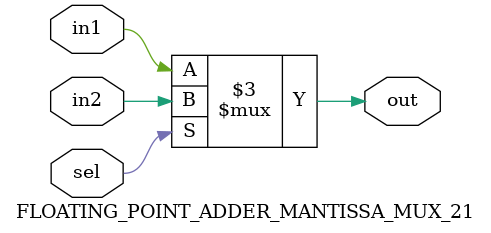
<source format=v>

`timescale 1ns/1ps

module FLOATING_POINT_ADDER_MANTISSA_MUX_21(out, in1, in2, sel);
	input in1, in2, sel;
	output reg out;
	always @(*) begin
		if (sel)
			out = in2;
		else
			out = in1;
	end
endmodule

</source>
